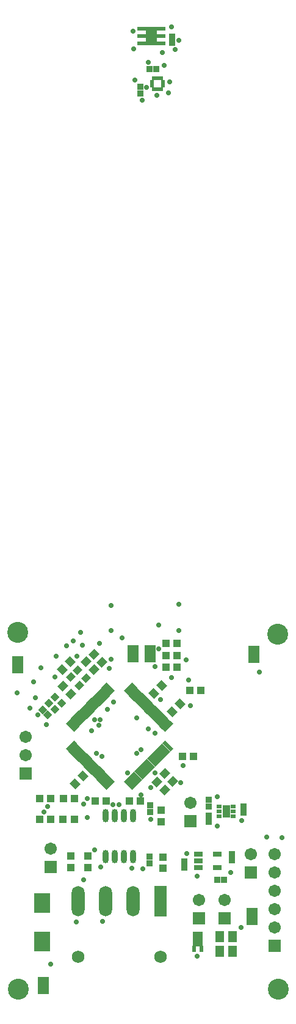
<source format=gbr>
%TF.GenerationSoftware,Altium Limited,Altium Designer,19.1.5 (86)*%
G04 Layer_Color=8388736*
%FSLAX26Y26*%
%MOIN*%
%TF.FileFunction,Soldermask,Top*%
%TF.Part,Single*%
G01*
G75*
%TA.AperFunction,ComponentPad*%
%ADD42R,0.067055X0.067055*%
%ADD43C,0.067055*%
%ADD44C,0.068000*%
%TA.AperFunction,ViaPad*%
%ADD45C,0.028000*%
%ADD46C,0.114299*%
%TA.AperFunction,SMDPad,CuDef*%
G04:AMPARAMS|DCode=54|XSize=43.433mil|YSize=41.465mil|CornerRadius=0mil|HoleSize=0mil|Usage=FLASHONLY|Rotation=45.000|XOffset=0mil|YOffset=0mil|HoleType=Round|Shape=Rectangle|*
%AMROTATEDRECTD54*
4,1,4,-0.000696,-0.030016,-0.030016,-0.000696,0.000696,0.030016,0.030016,0.000696,-0.000696,-0.030016,0.0*
%
%ADD54ROTATEDRECTD54*%

%ADD55P,0.050288X4X90.0*%
%ADD56P,0.046947X4X270.0*%
G04:AMPARAMS|DCode=57|XSize=43.433mil|YSize=41.465mil|CornerRadius=0mil|HoleSize=0mil|Usage=FLASHONLY|Rotation=135.000|XOffset=0mil|YOffset=0mil|HoleType=Round|Shape=Rectangle|*
%AMROTATEDRECTD57*
4,1,4,0.030016,-0.000696,0.000696,-0.030016,-0.030016,0.000696,-0.000696,0.030016,0.030016,-0.000696,0.0*
%
%ADD57ROTATEDRECTD57*%

G04:AMPARAMS|DCode=58|XSize=41.465mil|YSize=33.591mil|CornerRadius=0mil|HoleSize=0mil|Usage=FLASHONLY|Rotation=45.000|XOffset=0mil|YOffset=0mil|HoleType=Round|Shape=Rectangle|*
%AMROTATEDRECTD58*
4,1,4,-0.002784,-0.026536,-0.026536,-0.002784,0.002784,0.026536,0.026536,0.002784,-0.002784,-0.026536,0.0*
%
%ADD58ROTATEDRECTD58*%

%ADD59R,0.043433X0.041465*%
G04:AMPARAMS|DCode=60|XSize=19.811mil|YSize=63.118mil|CornerRadius=0mil|HoleSize=0mil|Usage=FLASHONLY|Rotation=225.000|XOffset=0mil|YOffset=0mil|HoleType=Round|Shape=Rectangle|*
%AMROTATEDRECTD60*
4,1,4,-0.015311,0.029320,0.029320,-0.015311,0.015311,-0.029320,-0.029320,0.015311,-0.015311,0.029320,0.0*
%
%ADD60ROTATEDRECTD60*%

G04:AMPARAMS|DCode=61|XSize=19.811mil|YSize=63.118mil|CornerRadius=0mil|HoleSize=0mil|Usage=FLASHONLY|Rotation=135.000|XOffset=0mil|YOffset=0mil|HoleType=Round|Shape=Rectangle|*
%AMROTATEDRECTD61*
4,1,4,0.029320,0.015311,-0.015311,-0.029320,-0.029320,-0.015311,0.015311,0.029320,0.029320,0.015311,0.0*
%
%ADD61ROTATEDRECTD61*%

%ADD62R,0.041465X0.043433*%
%ADD63R,0.033197X0.033197*%
%ADD64R,0.025716X0.019811*%
%ADD65R,0.043039X0.070992*%
%ADD66R,0.051307X0.031622*%
%ADD67O,0.033591X0.072961*%
%ADD68R,0.021779X0.022961*%
%ADD69R,0.058394X0.102488*%
%ADD70R,0.047370X0.023748*%
%ADD71R,0.063118X0.094614*%
%ADD72R,0.086740X0.106425*%
%ADD73R,0.023748X0.033591*%
%ADD74R,0.057213X0.078866*%
%ADD75O,0.070992X0.165480*%
%ADD76R,0.070992X0.165480*%
%ADD77R,0.033197X0.033197*%
%ADD78R,0.049339X0.059181*%
D42*
X4265000Y2270000D02*
D03*
X4595000Y1990000D02*
D03*
X4450000Y1740000D02*
D03*
X4310000D02*
D03*
X3365000Y2530000D02*
D03*
X3500000Y2020000D02*
D03*
X4725000Y1590000D02*
D03*
D43*
X4265000Y2370000D02*
D03*
X4595000Y2090000D02*
D03*
X4450000Y1840000D02*
D03*
X4310000D02*
D03*
X3365000Y2630000D02*
D03*
Y2730000D02*
D03*
X3500000Y2120000D02*
D03*
X4725000Y1690000D02*
D03*
Y1790000D02*
D03*
Y1890000D02*
D03*
Y1990000D02*
D03*
Y2090000D02*
D03*
D44*
X3650000Y1530000D02*
D03*
X4100787D02*
D03*
D45*
X3810000Y2880000D02*
D03*
X3750000Y2640000D02*
D03*
X3465000Y2320000D02*
D03*
X3485000Y2350000D02*
D03*
X3920000Y2535000D02*
D03*
X3840000Y2360000D02*
D03*
X3700000Y2395000D02*
D03*
X4070000Y2535000D02*
D03*
X3995000Y2415000D02*
D03*
X4046575Y2453425D02*
D03*
X4210000Y2480000D02*
D03*
X3945000Y2015000D02*
D03*
X3740000Y2115000D02*
D03*
X4035000Y2775000D02*
D03*
X4200000Y3455000D02*
D03*
Y3310000D02*
D03*
X3830312Y3449501D02*
D03*
X3780000Y2625000D02*
D03*
X3970000Y2640000D02*
D03*
X3995000Y2660000D02*
D03*
X4070000Y2750000D02*
D03*
X3845000Y2920000D02*
D03*
X3740421Y2825421D02*
D03*
X3625000Y3255000D02*
D03*
X3820000Y3105000D02*
D03*
X3430000Y2850000D02*
D03*
X3785000Y1725000D02*
D03*
X3640000Y1720000D02*
D03*
X4090000Y3340000D02*
D03*
Y3210000D02*
D03*
X4255000Y3040000D02*
D03*
X4145000Y6245000D02*
D03*
X4035000Y6410000D02*
D03*
X4150000Y6305000D02*
D03*
X3960000Y6315000D02*
D03*
X4080000Y6230000D02*
D03*
X4110000Y6465000D02*
D03*
X4160000Y6605000D02*
D03*
X3950000Y6580000D02*
D03*
X4200000Y6530000D02*
D03*
X4070000Y3115000D02*
D03*
X4046707Y2281707D02*
D03*
X3725000Y2765000D02*
D03*
X3765000Y2795000D02*
D03*
X3770000Y2825000D02*
D03*
X3970000Y2835000D02*
D03*
X4765000Y2180000D02*
D03*
X4680000Y2185000D02*
D03*
X3830000Y3310000D02*
D03*
X3890000Y3270000D02*
D03*
X4640000Y3085000D02*
D03*
X4265000Y2900000D02*
D03*
X4160000Y3055000D02*
D03*
X4240000Y3150000D02*
D03*
X4100000Y2935000D02*
D03*
X3875000Y2360000D02*
D03*
X3680000Y2365000D02*
D03*
X3700000Y2290000D02*
D03*
X4225000Y2575000D02*
D03*
X4410000Y2405000D02*
D03*
Y2245000D02*
D03*
X4545000Y2275000D02*
D03*
X4300000Y1970000D02*
D03*
X4245000Y2095000D02*
D03*
X4485000Y1990000D02*
D03*
X3775000Y2020000D02*
D03*
X4540000Y1690000D02*
D03*
X4300000Y1535000D02*
D03*
X3680000Y1950000D02*
D03*
X4005000Y2010000D02*
D03*
X3500000Y1490000D02*
D03*
X3955000Y6485000D02*
D03*
X4180000Y6480000D02*
D03*
X4000000Y6205000D02*
D03*
X4025000Y6275000D02*
D03*
X4120000Y6395000D02*
D03*
X3831758Y3155973D02*
D03*
X3663718Y3301960D02*
D03*
X3768317Y3241960D02*
D03*
X3672912Y3231960D02*
D03*
X3645073Y3171960D02*
D03*
X3588167Y3226960D02*
D03*
X3530000Y3170000D02*
D03*
X3477008Y2798846D02*
D03*
X3386758Y2886960D02*
D03*
X3523215Y3057784D02*
D03*
X3446758Y3109362D02*
D03*
X3406758Y3031960D02*
D03*
X3416723Y2945383D02*
D03*
X3316758Y2971960D02*
D03*
D46*
X4740000Y3290000D02*
D03*
X3325000Y1355000D02*
D03*
X4745000D02*
D03*
X3320000Y3300000D02*
D03*
D54*
X3738425Y3181575D02*
D03*
X3781575Y3138425D02*
D03*
X3693425Y3141575D02*
D03*
X3736575Y3098425D02*
D03*
X3568425Y3006575D02*
D03*
X3611575Y2963425D02*
D03*
X4123150Y2441850D02*
D03*
X4080000Y2485000D02*
D03*
X4123425Y2531575D02*
D03*
X4166575Y2488425D02*
D03*
D55*
X3490201Y2914799D02*
D03*
X3525000Y2949597D02*
D03*
Y2880000D02*
D03*
X3559798Y2914799D02*
D03*
D56*
X3482806Y2852194D02*
D03*
X3457194Y2877806D02*
D03*
D57*
X3563425Y3098425D02*
D03*
X3606575Y3141575D02*
D03*
X4163425Y2868425D02*
D03*
X4206575Y2911575D02*
D03*
X4063425Y2968425D02*
D03*
X4106575Y3011575D02*
D03*
X3676575Y2516575D02*
D03*
X3633425Y2473425D02*
D03*
D58*
X3695000Y3050000D02*
D03*
X3657418Y3012418D02*
D03*
X3649066Y3095934D02*
D03*
X3611483Y3058352D02*
D03*
D59*
X4105000Y2330512D02*
D03*
Y2269488D02*
D03*
X4115000Y2014488D02*
D03*
Y2075512D02*
D03*
X3705000Y2080000D02*
D03*
Y2018976D02*
D03*
X3610000Y2080512D02*
D03*
Y2019488D02*
D03*
D60*
X3930879Y2471282D02*
D03*
X3944799Y2485202D02*
D03*
X3958718Y2499121D02*
D03*
X3972637Y2513040D02*
D03*
X3986557Y2526960D02*
D03*
X4000476Y2540879D02*
D03*
X4014396Y2554799D02*
D03*
X4028315Y2568718D02*
D03*
X4042235Y2582638D02*
D03*
X4056154Y2596557D02*
D03*
X4070073Y2610476D02*
D03*
X4083993Y2624396D02*
D03*
X4097912Y2638315D02*
D03*
X4111832Y2652235D02*
D03*
X4125751Y2666154D02*
D03*
X4139671Y2680073D02*
D03*
X3822308Y2997436D02*
D03*
X3808388Y2983517D02*
D03*
X3794469Y2969598D02*
D03*
X3780549Y2955678D02*
D03*
X3766630Y2941759D02*
D03*
X3752711Y2927839D02*
D03*
X3738791Y2913920D02*
D03*
X3724872Y2900000D02*
D03*
X3710952Y2886081D02*
D03*
X3697033Y2872162D02*
D03*
X3683113Y2858242D02*
D03*
X3669194Y2844323D02*
D03*
X3655275Y2830403D02*
D03*
X3641355Y2816484D02*
D03*
X3627436Y2802564D02*
D03*
X3613516Y2788645D02*
D03*
D61*
X4139671D02*
D03*
X4125751Y2802564D02*
D03*
X4111832Y2816484D02*
D03*
X4097912Y2830403D02*
D03*
X4083993Y2844323D02*
D03*
X4070073Y2858242D02*
D03*
X4056154Y2872162D02*
D03*
X4042235Y2886081D02*
D03*
X4028315Y2900000D02*
D03*
X4014396Y2913920D02*
D03*
X4000476Y2927839D02*
D03*
X3986557Y2941759D02*
D03*
X3972637Y2955678D02*
D03*
X3958718Y2969598D02*
D03*
X3944799Y2983517D02*
D03*
X3930879Y2997436D02*
D03*
X3613516Y2680073D02*
D03*
X3627436Y2666154D02*
D03*
X3641355Y2652235D02*
D03*
X3655275Y2638315D02*
D03*
X3669194Y2624396D02*
D03*
X3683113Y2610476D02*
D03*
X3697033Y2596557D02*
D03*
X3710952Y2582638D02*
D03*
X3724872Y2568718D02*
D03*
X3738791Y2554799D02*
D03*
X3752711Y2540879D02*
D03*
X3766630Y2526960D02*
D03*
X3780549Y2513040D02*
D03*
X3794469Y2499121D02*
D03*
X3808388Y2485202D02*
D03*
X3822308Y2471282D02*
D03*
D62*
X4320512Y2985000D02*
D03*
X4259488D02*
D03*
X4130000Y3110000D02*
D03*
X4191024D02*
D03*
X4280512Y2625000D02*
D03*
X4219488D02*
D03*
X3744488Y2380000D02*
D03*
X3805512D02*
D03*
X3990512D02*
D03*
X3929488D02*
D03*
X4191024Y3240000D02*
D03*
X4130000D02*
D03*
X4191024Y3175000D02*
D03*
X4130000D02*
D03*
X3501024Y2395000D02*
D03*
X3440000D02*
D03*
X3500512Y2280000D02*
D03*
X3439488D02*
D03*
X3632480Y2395000D02*
D03*
X3571457D02*
D03*
X3630000Y2280000D02*
D03*
X3568976D02*
D03*
D63*
X4165000Y6516890D02*
D03*
Y6553110D02*
D03*
X4365000Y2351890D02*
D03*
Y2388110D02*
D03*
Y2303110D02*
D03*
Y2266890D02*
D03*
X4555000Y2353110D02*
D03*
Y2316890D02*
D03*
X4490000Y2093110D02*
D03*
Y2056890D02*
D03*
X4230000Y2016890D02*
D03*
Y2053110D02*
D03*
X4040000Y2078110D02*
D03*
Y2041890D02*
D03*
X3990000Y6278110D02*
D03*
Y6241890D02*
D03*
X4045000Y2358110D02*
D03*
Y2321890D02*
D03*
D64*
X4421614Y2350591D02*
D03*
Y2325000D02*
D03*
Y2299410D02*
D03*
X4498386Y2350591D02*
D03*
Y2325000D02*
D03*
Y2299410D02*
D03*
D65*
X4460000Y2325000D02*
D03*
D66*
X4308819Y2092402D02*
D03*
Y2055000D02*
D03*
Y2017599D02*
D03*
X4411181D02*
D03*
Y2092402D02*
D03*
D67*
X3800000Y2078780D02*
D03*
X3850000D02*
D03*
X3900000D02*
D03*
X3950000D02*
D03*
X3800000Y2301220D02*
D03*
X3850000D02*
D03*
X3900000D02*
D03*
X3950000D02*
D03*
D68*
X4055000Y6305000D02*
D03*
Y6285315D02*
D03*
X4065433Y6265039D02*
D03*
X4085118D02*
D03*
X4104803D02*
D03*
X4115236Y6285315D02*
D03*
Y6305000D02*
D03*
X4104803Y6325276D02*
D03*
X4085118D02*
D03*
X4065433D02*
D03*
D69*
X4050000Y6555000D02*
D03*
D70*
X4102756Y6515630D02*
D03*
Y6555000D02*
D03*
Y6594370D02*
D03*
X3997244Y6515630D02*
D03*
Y6555000D02*
D03*
Y6594370D02*
D03*
D71*
X3950000Y3185000D02*
D03*
X4045000D02*
D03*
X4610000Y3180000D02*
D03*
X3320000Y3124252D02*
D03*
X4600000Y1750000D02*
D03*
X3460000Y1375000D02*
D03*
D72*
X3455000Y1615000D02*
D03*
Y1823661D02*
D03*
D73*
X4285315Y1574567D02*
D03*
X4324685D02*
D03*
D74*
X4305000Y1629685D02*
D03*
D75*
X3650787Y1835118D02*
D03*
X3800787D02*
D03*
X3950787D02*
D03*
D76*
X4100787D02*
D03*
D77*
X4411890Y1950000D02*
D03*
X4448110D02*
D03*
X4041890Y6375000D02*
D03*
X4078110D02*
D03*
D78*
X4494449Y1560000D02*
D03*
X4425551D02*
D03*
X4494449Y1640000D02*
D03*
X4425551D02*
D03*
%TF.MD5,84532831c524cab4c15a109059d2d76f*%
M02*

</source>
